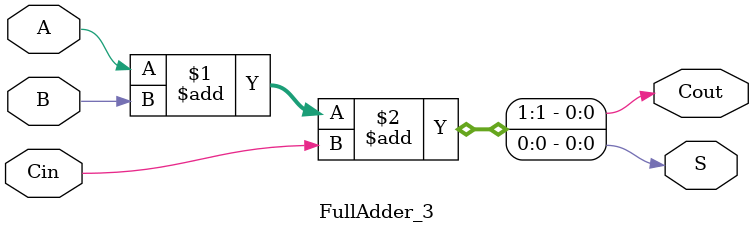
<source format=v>
module FullAdder_3(input A,B,Cin, output wire S,Cout);
assign {Cout,S} = A+B+Cin;
endmodule
</source>
